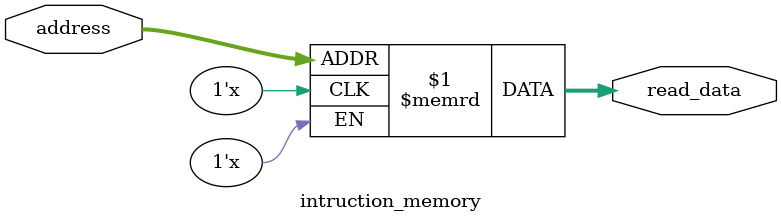
<source format=v>
module intruction_memory(address, read_data);
    input [5:0] address;
    output [31:0] read_data;
    reg [31:0] RAM[0:63];

    assign read_data = RAM[address];
endmodule

// intruction_memory --> LUCIANO
</source>
